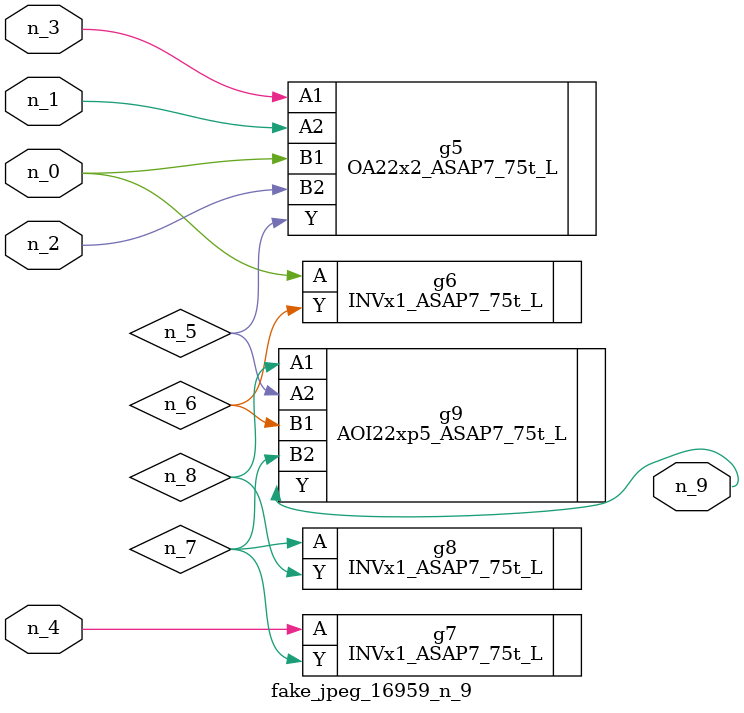
<source format=v>
module fake_jpeg_16959_n_9 (n_3, n_2, n_1, n_0, n_4, n_9);

input n_3;
input n_2;
input n_1;
input n_0;
input n_4;

output n_9;

wire n_8;
wire n_6;
wire n_5;
wire n_7;

OA22x2_ASAP7_75t_L g5 ( 
.A1(n_3),
.A2(n_1),
.B1(n_0),
.B2(n_2),
.Y(n_5)
);

INVx1_ASAP7_75t_L g6 ( 
.A(n_0),
.Y(n_6)
);

INVx1_ASAP7_75t_L g7 ( 
.A(n_4),
.Y(n_7)
);

INVx1_ASAP7_75t_L g8 ( 
.A(n_7),
.Y(n_8)
);

AOI22xp5_ASAP7_75t_L g9 ( 
.A1(n_8),
.A2(n_5),
.B1(n_6),
.B2(n_7),
.Y(n_9)
);


endmodule
</source>
